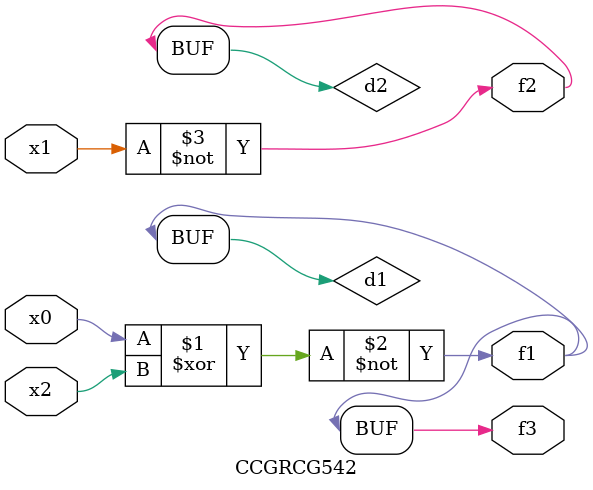
<source format=v>
module CCGRCG542(
	input x0, x1, x2,
	output f1, f2, f3
);

	wire d1, d2, d3;

	xnor (d1, x0, x2);
	nand (d2, x1);
	nor (d3, x1, x2);
	assign f1 = d1;
	assign f2 = d2;
	assign f3 = d1;
endmodule

</source>
